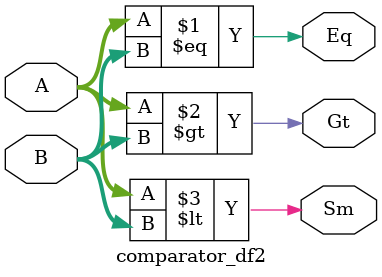
<source format=v>
/**************************************************
P1.1 4-bit COMPARATOR DATAFLOW2
************************************************/

module comparator_df2(Eq,Gt,Sm,A,B);

	input [3:0]A,B;
	output Eq,Gt,Sm;

assign Eq= (A==B);	//A==B
assign Gt= (A>B);	//A>B
assign Sm= (A<B);	//A<B

endmodule
</source>
